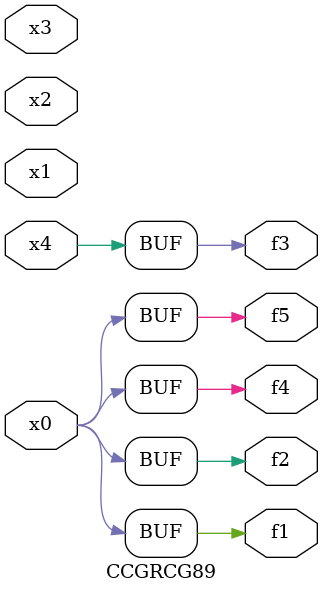
<source format=v>
module CCGRCG89(
	input x0, x1, x2, x3, x4,
	output f1, f2, f3, f4, f5
);
	assign f1 = x0;
	assign f2 = x0;
	assign f3 = x4;
	assign f4 = x0;
	assign f5 = x0;
endmodule

</source>
